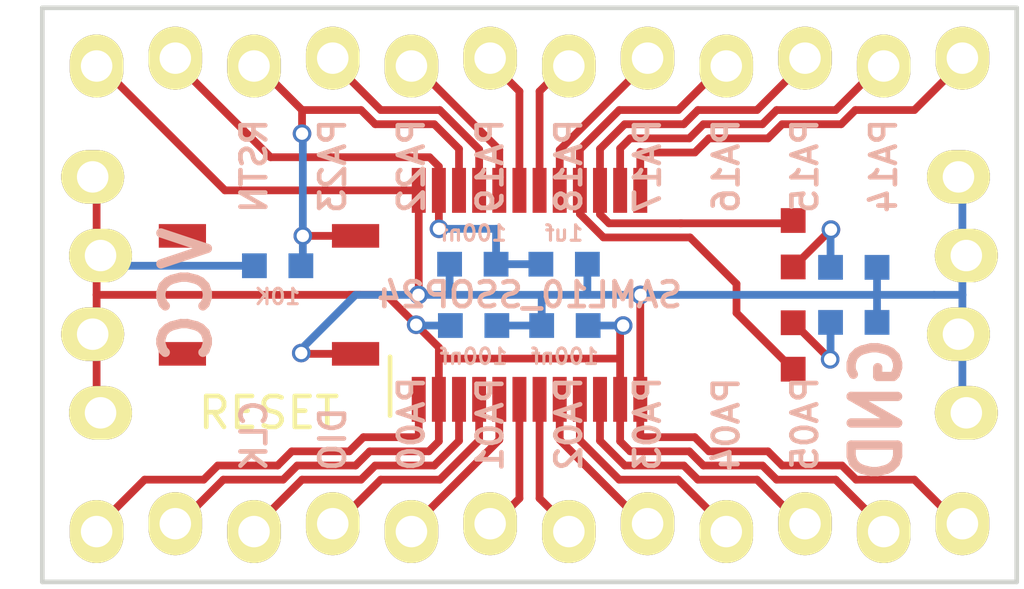
<source format=kicad_pcb>
(kicad_pcb (version 4) (host pcbnew 4.0.7-e2-6376~58~ubuntu16.04.1)

  (general
    (links 0)
    (no_connects 0)
    (area 113.4898 121.950199 147.289801 141.397001)
    (thickness 1.6)
    (drawings 24)
    (tracks 204)
    (zones 0)
    (modules 15)
    (nets 1)
  )

  (page A4)
  (layers
    (0 F.Cu signal)
    (31 B.Cu signal)
    (32 B.Adhes user)
    (33 F.Adhes user)
    (34 B.Paste user)
    (35 F.Paste user)
    (36 B.SilkS user)
    (37 F.SilkS user)
    (38 B.Mask user)
    (39 F.Mask user)
    (40 Dwgs.User user)
    (41 Cmts.User user)
    (42 Eco1.User user)
    (43 Eco2.User user)
    (44 Edge.Cuts user)
    (45 Margin user)
    (46 B.CrtYd user)
    (47 F.CrtYd user)
    (48 B.Fab user)
    (49 F.Fab user)
  )

  (setup
    (last_trace_width 0.25)
    (trace_clearance 0.2)
    (zone_clearance 0.508)
    (zone_45_only no)
    (trace_min 0.2)
    (segment_width 0.2)
    (edge_width 0.15)
    (via_size 0.6)
    (via_drill 0.4)
    (via_min_size 0.4)
    (via_min_drill 0.3)
    (uvia_size 0.3)
    (uvia_drill 0.1)
    (uvias_allowed no)
    (uvia_min_size 0.2)
    (uvia_min_drill 0.1)
    (pcb_text_width 0.3)
    (pcb_text_size 1.5 1.5)
    (mod_edge_width 0.15)
    (mod_text_size 1 1)
    (mod_text_width 0.15)
    (pad_size 1.524 1.524)
    (pad_drill 0.762)
    (pad_to_mask_clearance 0.2)
    (aux_axis_origin 0 0)
    (visible_elements FFFFFF7F)
    (pcbplotparams
      (layerselection 0x00030_80000001)
      (usegerberextensions false)
      (excludeedgelayer true)
      (linewidth 0.150000)
      (plotframeref false)
      (viasonmask false)
      (mode 1)
      (useauxorigin false)
      (hpglpennumber 1)
      (hpglpenspeed 20)
      (hpglpendiameter 15)
      (hpglpenoverlay 2)
      (psnegative false)
      (psa4output false)
      (plotreference true)
      (plotvalue true)
      (plotinvisibletext false)
      (padsonsilk false)
      (subtractmaskfromsilk false)
      (outputformat 1)
      (mirror false)
      (drillshape 1)
      (scaleselection 1)
      (outputdirectory ""))
  )

  (net 0 "")

  (net_class Default "This is the default net class."
    (clearance 0.2)
    (trace_width 0.25)
    (via_dia 0.6)
    (via_drill 0.4)
    (uvia_dia 0.3)
    (uvia_drill 0.1)
  )

  (module 00my_modules:R_0603 (layer B.Cu) (tedit 5415CC62) (tstamp 5B6FC093)
    (at 141.5796 132.5626)
    (descr R0603)
    (tags "resistor capacitor led 0603")
    (attr smd)
    (fp_text reference "" (at 0 0) (layer B.SilkS)
      (effects (font (size 0.5 0.5) (thickness 0.1)) (justify mirror))
    )
    (fp_text value R (at 0 0) (layer B.Fab)
      (effects (font (size 0.5 0.5) (thickness 0.01)) (justify mirror))
    )
    (fp_line (start -1.2 0.45) (end 1.2 0.45) (layer B.CrtYd) (width 0.01))
    (fp_line (start -1.2 -0.45) (end 1.2 -0.45) (layer B.CrtYd) (width 0.01))
    (fp_line (start -1.2 0.45) (end -1.2 -0.45) (layer B.CrtYd) (width 0.01))
    (fp_line (start 1.2 0.45) (end 1.2 -0.45) (layer B.CrtYd) (width 0.01))
    (pad 1 smd rect (at -0.75 0) (size 0.8 0.8) (layers B.Cu B.Paste B.Mask))
    (pad 2 smd rect (at 0.75 0) (size 0.8 0.8) (layers B.Cu B.Paste B.Mask))
  )

  (module 00my_modules:R_0603 (layer B.Cu) (tedit 5B6F9A5C) (tstamp 5B6FA890)
    (at 132.2578 132.6642)
    (descr R0603)
    (tags "resistor capacitor led 0603")
    (attr smd)
    (fp_text reference 100nf (at 0 1) (layer B.SilkS)
      (effects (font (size 0.5 0.5) (thickness 0.1)) (justify mirror))
    )
    (fp_text value C (at 0 0) (layer B.Fab)
      (effects (font (size 0.5 0.5) (thickness 0.01)) (justify mirror))
    )
    (fp_line (start -1.2 0.45) (end 1.2 0.45) (layer B.CrtYd) (width 0.01))
    (fp_line (start -1.2 -0.45) (end 1.2 -0.45) (layer B.CrtYd) (width 0.01))
    (fp_line (start -1.2 0.45) (end -1.2 -0.45) (layer B.CrtYd) (width 0.01))
    (fp_line (start 1.2 0.45) (end 1.2 -0.45) (layer B.CrtYd) (width 0.01))
    (pad 1 smd rect (at -0.75 0) (size 0.8 0.8) (layers B.Cu B.Paste B.Mask))
    (pad 2 smd rect (at 0.75 0) (size 0.8 0.8) (layers B.Cu B.Paste B.Mask))
  )

  (module 00my_modules:R_0603 (layer B.Cu) (tedit 5B6F9A5C) (tstamp 5B6FA872)
    (at 129.3114 132.6642)
    (descr R0603)
    (tags "resistor capacitor led 0603")
    (attr smd)
    (fp_text reference 100nf (at 0 1) (layer B.SilkS)
      (effects (font (size 0.5 0.5) (thickness 0.1)) (justify mirror))
    )
    (fp_text value C (at 0 0) (layer B.Fab)
      (effects (font (size 0.5 0.5) (thickness 0.01)) (justify mirror))
    )
    (fp_line (start -1.2 0.45) (end 1.2 0.45) (layer B.CrtYd) (width 0.01))
    (fp_line (start -1.2 -0.45) (end 1.2 -0.45) (layer B.CrtYd) (width 0.01))
    (fp_line (start -1.2 0.45) (end -1.2 -0.45) (layer B.CrtYd) (width 0.01))
    (fp_line (start 1.2 0.45) (end 1.2 -0.45) (layer B.CrtYd) (width 0.01))
    (pad 1 smd rect (at -0.75 0) (size 0.8 0.8) (layers B.Cu B.Paste B.Mask))
    (pad 2 smd rect (at 0.75 0) (size 0.8 0.8) (layers B.Cu B.Paste B.Mask))
  )

  (module 00my_modules:R_0603 (layer B.Cu) (tedit 5B6F9A76) (tstamp 5B6FA81B)
    (at 132.2324 130.683 180)
    (descr R0603)
    (tags "resistor capacitor led 0603")
    (attr smd)
    (fp_text reference 1uf (at 0 1 180) (layer B.SilkS)
      (effects (font (size 0.5 0.5) (thickness 0.1)) (justify mirror))
    )
    (fp_text value C (at 0 0 180) (layer B.Fab)
      (effects (font (size 0.5 0.5) (thickness 0.01)) (justify mirror))
    )
    (fp_line (start -1.2 0.45) (end 1.2 0.45) (layer B.CrtYd) (width 0.01))
    (fp_line (start -1.2 -0.45) (end 1.2 -0.45) (layer B.CrtYd) (width 0.01))
    (fp_line (start -1.2 0.45) (end -1.2 -0.45) (layer B.CrtYd) (width 0.01))
    (fp_line (start 1.2 0.45) (end 1.2 -0.45) (layer B.CrtYd) (width 0.01))
    (pad 1 smd rect (at -0.75 0 180) (size 0.8 0.8) (layers B.Cu B.Paste B.Mask))
    (pad 2 smd rect (at 0.75 0 180) (size 0.8 0.8) (layers B.Cu B.Paste B.Mask))
  )

  (module 00my_modules:SAML10_SSOP24 (layer F.Cu) (tedit 54130A77) (tstamp 5B6FA2AE)
    (at 131.1148 131.6736 90)
    (descr SSOP24)
    (tags SSOP)
    (attr smd)
    (fp_text reference "" (at 0 -4.3 90) (layer F.SilkS)
      (effects (font (size 1 1) (thickness 0.15)))
    )
    (fp_text value "" (at -1.5 -3 90) (layer F.Fab)
      (effects (font (size 0.5 0.5) (thickness 0.01)))
    )
    (fp_text user SSOP24 (at 0 0 180) (layer F.Fab)
      (effects (font (size 0.8 0.8) (thickness 0.1)))
    )
    (fp_line (start -3.9 -4.1) (end -3.9 4.1) (layer F.CrtYd) (width 0.05))
    (fp_line (start 3.9 -4.1) (end 3.9 4.1) (layer F.CrtYd) (width 0.05))
    (fp_line (start -3.9 -4.1) (end 3.9 -4.1) (layer F.CrtYd) (width 0.05))
    (fp_line (start -3.9 4.1) (end 3.9 4.1) (layer F.CrtYd) (width 0.05))
    (fp_line (start -3.9 -4.5) (end -2 -4.5) (layer F.SilkS) (width 0.15))
    (fp_line (start -2.65 -4.1) (end 2.65 -4.1) (layer F.Fab) (width 0.01))
    (fp_line (start -2.65 4.1) (end 2.65 4.1) (layer F.Fab) (width 0.01))
    (fp_line (start -2.65 -4.1) (end -2.65 4.1) (layer F.Fab) (width 0.01))
    (fp_line (start 2.65 -4.1) (end 2.65 4.1) (layer F.Fab) (width 0.01))
    (fp_line (start -5 0) (end 5 0) (layer F.CrtYd) (width 0.01))
    (fp_line (start 0 -5) (end 0 5) (layer F.CrtYd) (width 0.01))
    (pad VOUT smd rect (at -3.375 -3.575 90) (size 1.45 0.45) (layers F.Cu F.Paste F.Mask))
    (pad VIO smd rect (at -3.375 -2.925 90) (size 1.45 0.45) (layers F.Cu F.Paste F.Mask))
    (pad SWCL smd rect (at -3.375 -2.275 90) (size 1.45 0.45) (layers F.Cu F.Paste F.Mask))
    (pad SWDI smd rect (at -3.375 -1.625 90) (size 1.45 0.45) (layers F.Cu F.Paste F.Mask))
    (pad PA00 smd rect (at -3.375 -0.975 90) (size 1.45 0.45) (layers F.Cu F.Paste F.Mask))
    (pad PA01 smd rect (at -3.375 -0.325 90) (size 1.45 0.45) (layers F.Cu F.Paste F.Mask))
    (pad PA02 smd rect (at -3.375 0.325 90) (size 1.45 0.45) (layers F.Cu F.Paste F.Mask))
    (pad PA03 smd rect (at -3.375 0.975 90) (size 1.45 0.45) (layers F.Cu F.Paste F.Mask))
    (pad PA04 smd rect (at -3.375 1.625 90) (size 1.45 0.45) (layers F.Cu F.Paste F.Mask))
    (pad PA05 smd rect (at -3.375 2.275 90) (size 1.45 0.45) (layers F.Cu F.Paste F.Mask))
    (pad VANA smd rect (at -3.375 2.925 90) (size 1.45 0.45) (layers F.Cu F.Paste F.Mask))
    (pad GANA smd rect (at -3.375 3.575 90) (size 1.45 0.45) (layers F.Cu F.Paste F.Mask))
    (pad GND smd rect (at 3.375 -3.575 90) (size 1.45 0.45) (layers F.Cu F.Paste F.Mask))
    (pad VCOR smd rect (at 3.375 -2.925 90) (size 1.45 0.45) (layers F.Cu F.Paste F.Mask))
    (pad RSTN smd rect (at 3.375 -2.275 90) (size 1.45 0.45) (layers F.Cu F.Paste F.Mask))
    (pad PA23 smd rect (at 3.375 -1.625 90) (size 1.45 0.45) (layers F.Cu F.Paste F.Mask))
    (pad PA22 smd rect (at 3.375 -0.975 90) (size 1.45 0.45) (layers F.Cu F.Paste F.Mask))
    (pad PA19 smd rect (at 3.375 -0.325 90) (size 1.45 0.45) (layers F.Cu F.Paste F.Mask))
    (pad PA18 smd rect (at 3.375 0.325 90) (size 1.45 0.45) (layers F.Cu F.Paste F.Mask))
    (pad PA17 smd rect (at 3.375 0.975 90) (size 1.45 0.45) (layers F.Cu F.Paste F.Mask))
    (pad PA16 smd rect (at 3.375 1.625 90) (size 1.45 0.45) (layers F.Cu F.Paste F.Mask))
    (pad PA15 smd rect (at 3.375 2.275 90) (size 1.45 0.45) (layers F.Cu F.Paste F.Mask))
    (pad PA14 smd rect (at 3.375 2.925 90) (size 1.45 0.45) (layers F.Cu F.Paste F.Mask))
    (pad PA08 smd rect (at 3.375 3.575 90) (size 1.45 0.45) (layers F.Cu F.Paste F.Mask))
  )

  (module 00my_modules:R_0603 (layer B.Cu) (tedit 5B6F9A5C) (tstamp 5B6FA7CF)
    (at 129.286 130.683 180)
    (descr R0603)
    (tags "resistor capacitor led 0603")
    (attr smd)
    (fp_text reference 100nf (at 0 1 180) (layer B.SilkS)
      (effects (font (size 0.5 0.5) (thickness 0.1)) (justify mirror))
    )
    (fp_text value C (at 0 0 180) (layer B.Fab)
      (effects (font (size 0.5 0.5) (thickness 0.01)) (justify mirror))
    )
    (fp_line (start -1.2 0.45) (end 1.2 0.45) (layer B.CrtYd) (width 0.01))
    (fp_line (start -1.2 -0.45) (end 1.2 -0.45) (layer B.CrtYd) (width 0.01))
    (fp_line (start -1.2 0.45) (end -1.2 -0.45) (layer B.CrtYd) (width 0.01))
    (fp_line (start 1.2 0.45) (end 1.2 -0.45) (layer B.CrtYd) (width 0.01))
    (pad 1 smd rect (at -0.75 0 180) (size 0.8 0.8) (layers B.Cu B.Paste B.Mask))
    (pad 2 smd rect (at 0.75 0 180) (size 0.8 0.8) (layers B.Cu B.Paste B.Mask))
  )

  (module 00my_modules:BUTTON4_SMD (layer F.Cu) (tedit 5B6F9E71) (tstamp 5B6FB871)
    (at 122.7074 131.6736 180)
    (descr button4_smd)
    (tags "SPST button tactile switch")
    (fp_text reference RESET (at 0 -3.81 180) (layer F.SilkS)
      (effects (font (size 1 1) (thickness 0.15)))
    )
    (fp_text value "" (at 0 3.81 180) (layer F.Fab)
      (effects (font (size 1 1) (thickness 0.15)))
    )
    (fp_line (start -1.54 -2.54) (end -2.54 -1.54) (layer F.Fab) (width 0.2032))
    (fp_line (start -2.54 -1.24) (end -2.54 1.27) (layer F.Fab) (width 0.2032))
    (fp_line (start -2.54 1.54) (end -1.54 2.54) (layer F.Fab) (width 0.2032))
    (fp_line (start -1.54 2.54) (end 1.54 2.54) (layer F.Fab) (width 0.2032))
    (fp_line (start 1.54 2.54) (end 2.54 1.54) (layer F.Fab) (width 0.2032))
    (fp_line (start 2.54 1.24) (end 2.54 -1.24) (layer F.Fab) (width 0.2032))
    (fp_line (start 2.54 -1.54) (end 1.54 -2.54) (layer F.Fab) (width 0.2032))
    (fp_line (start 1.54 -2.54) (end -1.54 -2.54) (layer F.Fab) (width 0.2032))
    (fp_line (start 1.905 1.27) (end 1.905 0.445) (layer F.Fab) (width 0.127))
    (fp_line (start 1.905 0.445) (end 2.16 -0.01) (layer F.Fab) (width 0.127))
    (fp_line (start 1.905 -0.23) (end 1.905 -1.115) (layer F.Fab) (width 0.127))
    (fp_circle (center 0 0) (end 0 1.27) (layer F.Fab) (width 0.2032))
    (pad 1 smd rect (at -2.794 1.905 180) (size 1.524 0.762) (layers F.Cu F.Paste F.Mask))
    (pad 2 smd rect (at 2.794 1.905 180) (size 1.524 0.762) (layers F.Cu F.Paste F.Mask))
    (pad 3 smd rect (at -2.794 -1.905 180) (size 1.524 0.762) (layers F.Cu F.Paste F.Mask))
    (pad 4 smd rect (at 2.794 -1.905 180) (size 1.524 0.762) (layers F.Cu F.Paste F.Mask))
  )

  (module 00my_modules:R_0603 (layer B.Cu) (tedit 5B6FA77D) (tstamp 5B6FBC7D)
    (at 122.9868 130.7338)
    (descr R0603)
    (tags "resistor capacitor led 0603")
    (attr smd)
    (fp_text reference 10K (at 0 1) (layer B.SilkS)
      (effects (font (size 0.5 0.5) (thickness 0.1)) (justify mirror))
    )
    (fp_text value R (at 0 0) (layer B.Fab)
      (effects (font (size 0.5 0.5) (thickness 0.01)) (justify mirror))
    )
    (fp_line (start -1.2 0.45) (end 1.2 0.45) (layer B.CrtYd) (width 0.01))
    (fp_line (start -1.2 -0.45) (end 1.2 -0.45) (layer B.CrtYd) (width 0.01))
    (fp_line (start -1.2 0.45) (end -1.2 -0.45) (layer B.CrtYd) (width 0.01))
    (fp_line (start 1.2 0.45) (end 1.2 -0.45) (layer B.CrtYd) (width 0.01))
    (pad 1 smd rect (at -0.75 0) (size 0.8 0.8) (layers B.Cu B.Paste B.Mask))
    (pad 2 smd rect (at 0.75 0) (size 0.8 0.8) (layers B.Cu B.Paste B.Mask))
  )

  (module 00my_modules:R_0603 (layer B.Cu) (tedit 5415CC62) (tstamp 5B6FC088)
    (at 141.5796 130.7846)
    (descr R0603)
    (tags "resistor capacitor led 0603")
    (attr smd)
    (fp_text reference "" (at 0 0) (layer B.SilkS)
      (effects (font (size 0.5 0.5) (thickness 0.1)) (justify mirror))
    )
    (fp_text value R (at 0 0) (layer B.Fab)
      (effects (font (size 0.5 0.5) (thickness 0.01)) (justify mirror))
    )
    (fp_line (start -1.2 0.45) (end 1.2 0.45) (layer B.CrtYd) (width 0.01))
    (fp_line (start -1.2 -0.45) (end 1.2 -0.45) (layer B.CrtYd) (width 0.01))
    (fp_line (start -1.2 0.45) (end -1.2 -0.45) (layer B.CrtYd) (width 0.01))
    (fp_line (start 1.2 0.45) (end 1.2 -0.45) (layer B.CrtYd) (width 0.01))
    (pad 1 smd rect (at -0.75 0) (size 0.8 0.8) (layers B.Cu B.Paste B.Mask))
    (pad 2 smd rect (at 0.75 0) (size 0.8 0.8) (layers B.Cu B.Paste B.Mask))
  )

  (module 00my_modules:L_0603 (layer F.Cu) (tedit 5415CC62) (tstamp 5B6FC473)
    (at 139.6238 130.0226 90)
    (descr R0603)
    (tags "resistor capacitor led 0603")
    (attr smd)
    (fp_text reference "" (at 0 -0.6 90) (layer F.SilkS)
      (effects (font (size 0.1 0.1) (thickness 0.01)))
    )
    (fp_text value "" (at 0 0.6 90) (layer F.Fab)
      (effects (font (size 0.1 0.1) (thickness 0.01)))
    )
    (fp_line (start -1.2 -0.45) (end 1.2 -0.45) (layer F.CrtYd) (width 0.01))
    (fp_line (start -1.2 0.45) (end 1.2 0.45) (layer F.CrtYd) (width 0.01))
    (fp_line (start -1.2 -0.45) (end -1.2 0.45) (layer F.CrtYd) (width 0.01))
    (fp_line (start 1.2 -0.45) (end 1.2 0.45) (layer F.CrtYd) (width 0.01))
    (fp_line (start -0.1 0) (end 0.1 0.2) (layer F.CrtYd) (width 0.01))
    (fp_line (start -0.1 0) (end 0.1 -0.2) (layer F.CrtYd) (width 0.01))
    (fp_line (start -0.1 0.2) (end -0.1 -0.2) (layer F.CrtYd) (width 0.01))
    (fp_line (start 0.1 0.2) (end 0.1 -0.2) (layer F.CrtYd) (width 0.01))
    (pad 1 smd rect (at -0.75 0 90) (size 0.8 0.8) (layers F.Cu F.Paste F.Mask))
    (pad 2 smd rect (at 0.75 0 90) (size 0.8 0.8) (layers F.Cu F.Paste F.Mask))
  )

  (module 00my_modules:L_0603 (layer F.Cu) (tedit 5415CC62) (tstamp 5B6FC494)
    (at 139.6238 133.3246 270)
    (descr R0603)
    (tags "resistor capacitor led 0603")
    (attr smd)
    (fp_text reference "" (at 0 -0.6 270) (layer F.SilkS)
      (effects (font (size 0.1 0.1) (thickness 0.01)))
    )
    (fp_text value "" (at 0 0.6 270) (layer F.Fab)
      (effects (font (size 0.1 0.1) (thickness 0.01)))
    )
    (fp_line (start -1.2 -0.45) (end 1.2 -0.45) (layer F.CrtYd) (width 0.01))
    (fp_line (start -1.2 0.45) (end 1.2 0.45) (layer F.CrtYd) (width 0.01))
    (fp_line (start -1.2 -0.45) (end -1.2 0.45) (layer F.CrtYd) (width 0.01))
    (fp_line (start 1.2 -0.45) (end 1.2 0.45) (layer F.CrtYd) (width 0.01))
    (fp_line (start -0.1 0) (end 0.1 0.2) (layer F.CrtYd) (width 0.01))
    (fp_line (start -0.1 0) (end 0.1 -0.2) (layer F.CrtYd) (width 0.01))
    (fp_line (start -0.1 0.2) (end -0.1 -0.2) (layer F.CrtYd) (width 0.01))
    (fp_line (start 0.1 0.2) (end 0.1 -0.2) (layer F.CrtYd) (width 0.01))
    (pad 1 smd rect (at -0.75 0 270) (size 0.8 0.8) (layers F.Cu F.Paste F.Mask))
    (pad 2 smd rect (at 0.75 0 270) (size 0.8 0.8) (layers F.Cu F.Paste F.Mask))
  )

  (module 00my_modules:Pin_Header_Wiggle_1x12 (layer F.Cu) (tedit 0) (tstamp 5B6FC8C1)
    (at 117.1448 124.1552 90)
    (descr "Through hole pin header")
    (tags "pin header")
    (fp_text reference "" (at 0 -2.4 90) (layer F.SilkS)
      (effects (font (size 0.5 0.5) (thickness 0.01)))
    )
    (fp_text value "" (at 0 -3.1 90) (layer F.Fab)
      (effects (font (size 0.5 0.5) (thickness 0.01)))
    )
    (fp_line (start -1.75 -1.75) (end -1.75 29.69) (layer F.CrtYd) (width 0.05))
    (fp_line (start 1.75 -1.75) (end 1.75 29.69) (layer F.CrtYd) (width 0.05))
    (fp_line (start -1.75 -1.75) (end 1.75 -1.75) (layer F.CrtYd) (width 0.05))
    (fp_line (start -1.75 29.69) (end 1.75 29.69) (layer F.CrtYd) (width 0.05))
    (fp_line (start -2 0) (end 2 0) (layer F.CrtYd) (width 0.01))
    (fp_line (start 0 -2) (end 0 2) (layer F.CrtYd) (width 0.01))
    (fp_line (start -2 13.97) (end 2 13.97) (layer F.CrtYd) (width 0.01))
    (pad 1 thru_hole oval (at -0.127 0 90) (size 2.032 1.7272) (drill 1.016) (layers *.Cu *.Mask F.SilkS))
    (pad 2 thru_hole oval (at 0.127 2.54 90) (size 2.032 1.7272) (drill 1.016) (layers *.Cu *.Mask F.SilkS))
    (pad 3 thru_hole oval (at -0.127 5.08 90) (size 2.032 1.7272) (drill 1.016) (layers *.Cu *.Mask F.SilkS))
    (pad 4 thru_hole oval (at 0.127 7.62 90) (size 2.032 1.7272) (drill 1.016) (layers *.Cu *.Mask F.SilkS))
    (pad 5 thru_hole oval (at -0.127 10.16 90) (size 2.032 1.7272) (drill 1.016) (layers *.Cu *.Mask F.SilkS))
    (pad 6 thru_hole oval (at 0.127 12.7 90) (size 2.032 1.7272) (drill 1.016) (layers *.Cu *.Mask F.SilkS))
    (pad 7 thru_hole oval (at -0.127 15.24 90) (size 2.032 1.7272) (drill 1.016) (layers *.Cu *.Mask F.SilkS))
    (pad 8 thru_hole oval (at 0.127 17.78 90) (size 2.032 1.7272) (drill 1.016) (layers *.Cu *.Mask F.SilkS))
    (pad 9 thru_hole oval (at -0.127 20.32 90) (size 2.032 1.7272) (drill 1.016) (layers *.Cu *.Mask F.SilkS))
    (pad 10 thru_hole oval (at 0.127 22.86 90) (size 2.032 1.7272) (drill 1.016) (layers *.Cu *.Mask F.SilkS))
    (pad 11 thru_hole oval (at -0.127 25.4 90) (size 2.032 1.7272) (drill 1.016) (layers *.Cu *.Mask F.SilkS))
    (pad 12 thru_hole oval (at 0.127 27.94 90) (size 2.032 1.7272) (drill 1.016) (layers *.Cu *.Mask F.SilkS))
  )

  (module 00my_modules:Pin_Header_Wiggle_1x12 (layer F.Cu) (tedit 0) (tstamp 5B6FC8EF)
    (at 117.1448 139.192 90)
    (descr "Through hole pin header")
    (tags "pin header")
    (fp_text reference "" (at 0 -2.4 90) (layer F.SilkS)
      (effects (font (size 0.5 0.5) (thickness 0.01)))
    )
    (fp_text value "" (at 0 -3.1 90) (layer F.Fab)
      (effects (font (size 0.5 0.5) (thickness 0.01)))
    )
    (fp_line (start -1.75 -1.75) (end -1.75 29.69) (layer F.CrtYd) (width 0.05))
    (fp_line (start 1.75 -1.75) (end 1.75 29.69) (layer F.CrtYd) (width 0.05))
    (fp_line (start -1.75 -1.75) (end 1.75 -1.75) (layer F.CrtYd) (width 0.05))
    (fp_line (start -1.75 29.69) (end 1.75 29.69) (layer F.CrtYd) (width 0.05))
    (fp_line (start -2 0) (end 2 0) (layer F.CrtYd) (width 0.01))
    (fp_line (start 0 -2) (end 0 2) (layer F.CrtYd) (width 0.01))
    (fp_line (start -2 13.97) (end 2 13.97) (layer F.CrtYd) (width 0.01))
    (pad 1 thru_hole oval (at -0.127 0 90) (size 2.032 1.7272) (drill 1.016) (layers *.Cu *.Mask F.SilkS))
    (pad 2 thru_hole oval (at 0.127 2.54 90) (size 2.032 1.7272) (drill 1.016) (layers *.Cu *.Mask F.SilkS))
    (pad 3 thru_hole oval (at -0.127 5.08 90) (size 2.032 1.7272) (drill 1.016) (layers *.Cu *.Mask F.SilkS))
    (pad 4 thru_hole oval (at 0.127 7.62 90) (size 2.032 1.7272) (drill 1.016) (layers *.Cu *.Mask F.SilkS))
    (pad 5 thru_hole oval (at -0.127 10.16 90) (size 2.032 1.7272) (drill 1.016) (layers *.Cu *.Mask F.SilkS))
    (pad 6 thru_hole oval (at 0.127 12.7 90) (size 2.032 1.7272) (drill 1.016) (layers *.Cu *.Mask F.SilkS))
    (pad 7 thru_hole oval (at -0.127 15.24 90) (size 2.032 1.7272) (drill 1.016) (layers *.Cu *.Mask F.SilkS))
    (pad 8 thru_hole oval (at 0.127 17.78 90) (size 2.032 1.7272) (drill 1.016) (layers *.Cu *.Mask F.SilkS))
    (pad 9 thru_hole oval (at -0.127 20.32 90) (size 2.032 1.7272) (drill 1.016) (layers *.Cu *.Mask F.SilkS))
    (pad 10 thru_hole oval (at 0.127 22.86 90) (size 2.032 1.7272) (drill 1.016) (layers *.Cu *.Mask F.SilkS))
    (pad 11 thru_hole oval (at -0.127 25.4 90) (size 2.032 1.7272) (drill 1.016) (layers *.Cu *.Mask F.SilkS))
    (pad 12 thru_hole oval (at 0.127 27.94 90) (size 2.032 1.7272) (drill 1.016) (layers *.Cu *.Mask F.SilkS))
  )

  (module 00my_modules:Pin_Header_Wiggle_1x04 (layer F.Cu) (tedit 0) (tstamp 5B6FCCCB)
    (at 145.0848 127.8636)
    (descr "Through hole pin header")
    (tags "pin header")
    (fp_text reference "" (at 0 -2.4) (layer F.SilkS)
      (effects (font (size 0.5 0.5) (thickness 0.01)))
    )
    (fp_text value "" (at 0 -3.1) (layer F.Fab)
      (effects (font (size 0.5 0.5) (thickness 0.01)))
    )
    (fp_line (start -1.75 -1.75) (end -1.75 9.37) (layer F.CrtYd) (width 0.05))
    (fp_line (start 1.75 -1.75) (end 1.75 9.37) (layer F.CrtYd) (width 0.05))
    (fp_line (start -1.75 -1.75) (end 1.75 -1.75) (layer F.CrtYd) (width 0.05))
    (fp_line (start -1.75 9.37) (end 1.75 9.37) (layer F.CrtYd) (width 0.05))
    (fp_line (start -2 0) (end 2 0) (layer F.CrtYd) (width 0.01))
    (fp_line (start 0 -2) (end 0 2) (layer F.CrtYd) (width 0.01))
    (fp_line (start -2 3.81) (end 2 3.81) (layer F.CrtYd) (width 0.01))
    (pad 1 thru_hole oval (at -0.127 0) (size 2.032 1.7272) (drill 1.016) (layers *.Cu *.Mask F.SilkS))
    (pad 2 thru_hole oval (at 0.127 2.54) (size 2.032 1.7272) (drill 1.016) (layers *.Cu *.Mask F.SilkS))
    (pad 3 thru_hole oval (at -0.127 5.08) (size 2.032 1.7272) (drill 1.016) (layers *.Cu *.Mask F.SilkS))
    (pad 4 thru_hole oval (at 0.127 7.62) (size 2.032 1.7272) (drill 1.016) (layers *.Cu *.Mask F.SilkS))
  )

  (module 00my_modules:Pin_Header_Wiggle_1x04 (layer F.Cu) (tedit 0) (tstamp 5B6FCCE9)
    (at 117.1448 127.8636)
    (descr "Through hole pin header")
    (tags "pin header")
    (fp_text reference "" (at 0 -2.4) (layer F.SilkS)
      (effects (font (size 0.5 0.5) (thickness 0.01)))
    )
    (fp_text value "" (at 0 -3.1) (layer F.Fab)
      (effects (font (size 0.5 0.5) (thickness 0.01)))
    )
    (fp_line (start -1.75 -1.75) (end -1.75 9.37) (layer F.CrtYd) (width 0.05))
    (fp_line (start 1.75 -1.75) (end 1.75 9.37) (layer F.CrtYd) (width 0.05))
    (fp_line (start -1.75 -1.75) (end 1.75 -1.75) (layer F.CrtYd) (width 0.05))
    (fp_line (start -1.75 9.37) (end 1.75 9.37) (layer F.CrtYd) (width 0.05))
    (fp_line (start -2 0) (end 2 0) (layer F.CrtYd) (width 0.01))
    (fp_line (start 0 -2) (end 0 2) (layer F.CrtYd) (width 0.01))
    (fp_line (start -2 3.81) (end 2 3.81) (layer F.CrtYd) (width 0.01))
    (pad 1 thru_hole oval (at -0.127 0) (size 2.032 1.7272) (drill 1.016) (layers *.Cu *.Mask F.SilkS))
    (pad 2 thru_hole oval (at 0.127 2.54) (size 2.032 1.7272) (drill 1.016) (layers *.Cu *.Mask F.SilkS))
    (pad 3 thru_hole oval (at -0.127 5.08) (size 2.032 1.7272) (drill 1.016) (layers *.Cu *.Mask F.SilkS))
    (pad 4 thru_hole oval (at 0.127 7.62) (size 2.032 1.7272) (drill 1.016) (layers *.Cu *.Mask F.SilkS))
  )

  (gr_line (start 146.8374 122.4026) (end 115.3922 122.4026) (angle 90) (layer Edge.Cuts) (width 0.15))
  (gr_line (start 146.8374 140.9446) (end 146.8374 122.4026) (angle 90) (layer Edge.Cuts) (width 0.15))
  (gr_line (start 115.3922 140.9446) (end 146.8374 140.9446) (angle 90) (layer Edge.Cuts) (width 0.15))
  (gr_line (start 115.3922 122.4026) (end 115.3922 140.9446) (angle 90) (layer Edge.Cuts) (width 0.15))
  (gr_text SAML10_SSOP24 (at 131.1148 131.6736) (layer B.SilkS)
    (effects (font (size 0.8 0.8) (thickness 0.15)) (justify mirror))
  )
  (gr_text GND (at 142.3162 135.382 90) (layer B.SilkS)
    (effects (font (size 1.5 1.5) (thickness 0.3)) (justify mirror))
  )
  (gr_text VCC (at 120.0404 131.6736 90) (layer B.SilkS)
    (effects (font (size 1.5 1.5) (thickness 0.3)) (justify mirror))
  )
  (gr_text CLK (at 122.2248 137.4394 90) (layer B.SilkS)
    (effects (font (size 0.8 0.8) (thickness 0.15)) (justify right mirror))
  )
  (gr_text DIO (at 124.7648 137.4394 90) (layer B.SilkS)
    (effects (font (size 0.8 0.8) (thickness 0.15)) (justify right mirror))
  )
  (gr_text PA00 (at 127.3048 137.4394 90) (layer B.SilkS)
    (effects (font (size 0.8 0.8) (thickness 0.15)) (justify right mirror))
  )
  (gr_text PA01 (at 129.8448 137.4648 90) (layer B.SilkS)
    (effects (font (size 0.8 0.8) (thickness 0.15)) (justify right mirror))
  )
  (gr_text PA02 (at 132.3848 137.4394 90) (layer B.SilkS)
    (effects (font (size 0.8 0.8) (thickness 0.15)) (justify right mirror))
  )
  (gr_text PA03 (at 134.9248 137.4394 90) (layer B.SilkS)
    (effects (font (size 0.8 0.8) (thickness 0.15)) (justify right mirror))
  )
  (gr_text PA04 (at 137.4648 137.4648 90) (layer B.SilkS)
    (effects (font (size 0.8 0.8) (thickness 0.15)) (justify right mirror))
  )
  (gr_text PA05 (at 140.0048 137.4394 90) (layer B.SilkS)
    (effects (font (size 0.8 0.8) (thickness 0.15)) (justify right mirror))
  )
  (gr_text PA14 (at 142.5448 125.9078 90) (layer B.SilkS)
    (effects (font (size 0.8 0.8) (thickness 0.15)) (justify left mirror))
  )
  (gr_text PA15 (at 140.0048 125.9078 90) (layer B.SilkS)
    (effects (font (size 0.8 0.8) (thickness 0.15)) (justify left mirror))
  )
  (gr_text PA16 (at 137.4648 125.9078 90) (layer B.SilkS)
    (effects (font (size 0.8 0.8) (thickness 0.15)) (justify left mirror))
  )
  (gr_text PA17 (at 134.9248 125.9078 90) (layer B.SilkS)
    (effects (font (size 0.8 0.8) (thickness 0.15)) (justify left mirror))
  )
  (gr_text PA18 (at 132.3848 125.9078 90) (layer B.SilkS)
    (effects (font (size 0.8 0.8) (thickness 0.15)) (justify left mirror))
  )
  (gr_text PA19 (at 129.8448 125.9078 90) (layer B.SilkS)
    (effects (font (size 0.8 0.8) (thickness 0.15)) (justify left mirror))
  )
  (gr_text PA22 (at 127.3048 125.9078 90) (layer B.SilkS)
    (effects (font (size 0.8 0.8) (thickness 0.15)) (justify left mirror))
  )
  (gr_text PA23 (at 124.7648 125.9078 90) (layer B.SilkS)
    (effects (font (size 0.8 0.8) (thickness 0.15)) (justify left mirror))
  )
  (gr_text RSTN (at 122.2248 125.9078 90) (layer B.SilkS)
    (effects (font (size 0.8 0.8) (thickness 0.15)) (justify left mirror))
  )

  (segment (start 127.5334 131.6736) (end 125.5014 131.6736) (width 0.25) (layer B.Cu) (net 0))
  (segment (start 123.7742 133.5786) (end 125.5014 133.5786) (width 0.25) (layer F.Cu) (net 0) (tstamp 5B837B9D) (status 800000))
  (segment (start 123.7488 133.5532) (end 123.7742 133.5786) (width 0.25) (layer F.Cu) (net 0) (tstamp 5B837B9C))
  (via (at 123.7488 133.5532) (size 0.6) (drill 0.4) (layers F.Cu B.Cu) (net 0))
  (segment (start 123.7488 133.4262) (end 123.7488 133.5532) (width 0.25) (layer B.Cu) (net 0) (tstamp 5B837B98))
  (segment (start 125.5014 131.6736) (end 123.7488 133.4262) (width 0.25) (layer B.Cu) (net 0) (tstamp 5B837B8C))
  (segment (start 128.536 130.683) (end 128.536 131.6736) (width 0.25) (layer B.Cu) (net 0))
  (segment (start 132.9824 130.683) (end 132.9824 131.6736) (width 0.25) (layer B.Cu) (net 0))
  (segment (start 139.6238 134.0746) (end 139.6118 134.0746) (width 0.25) (layer F.Cu) (net 0))
  (segment (start 139.6118 134.0746) (end 137.795 132.2578) (width 0.25) (layer F.Cu) (net 0) (tstamp 5B6FC4AE))
  (segment (start 137.795 132.2578) (end 137.795 131.318) (width 0.25) (layer F.Cu) (net 0) (tstamp 5B6FC4AF))
  (segment (start 137.795 131.318) (end 136.2964 129.8194) (width 0.25) (layer F.Cu) (net 0) (tstamp 5B6FC4B1))
  (segment (start 135.9916 129.3622) (end 139.5342 129.3622) (width 0.25) (layer F.Cu) (net 0))
  (segment (start 139.5342 129.3622) (end 139.6238 129.2726) (width 0.25) (layer F.Cu) (net 0) (tstamp 5B6FC4A9))
  (segment (start 139.6238 132.5746) (end 139.6358 132.5746) (width 0.25) (layer F.Cu) (net 0))
  (segment (start 139.6358 132.5746) (end 140.8176 133.7564) (width 0.25) (layer F.Cu) (net 0) (tstamp 5B6FC4A2))
  (via (at 140.8176 133.7564) (size 0.6) (drill 0.4) (layers F.Cu B.Cu) (net 0))
  (segment (start 140.8176 133.7564) (end 140.8296 133.7444) (width 0.25) (layer B.Cu) (net 0) (tstamp 5B6FC4A4))
  (segment (start 140.8296 133.7444) (end 140.8296 132.5626) (width 0.25) (layer B.Cu) (net 0) (tstamp 5B6FC4A5))
  (segment (start 139.6238 130.7726) (end 139.6358 130.7726) (width 0.25) (layer F.Cu) (net 0))
  (segment (start 139.6358 130.7726) (end 140.843 129.5654) (width 0.25) (layer F.Cu) (net 0) (tstamp 5B6FC482))
  (via (at 140.843 129.5654) (size 0.6) (drill 0.4) (layers F.Cu B.Cu) (net 0))
  (segment (start 140.843 129.5654) (end 140.8296 129.5788) (width 0.25) (layer B.Cu) (net 0) (tstamp 5B6FC484))
  (segment (start 140.8296 129.5788) (end 140.8296 130.7846) (width 0.25) (layer B.Cu) (net 0) (tstamp 5B6FC485))
  (segment (start 142.3296 130.7846) (end 142.3296 132.5626) (width 0.25) (layer B.Cu) (net 0))
  (segment (start 145.0848 131.6736) (end 144.1704 131.6736) (width 0.25) (layer B.Cu) (net 0))
  (segment (start 144.1704 131.6736) (end 135.89 131.6736) (width 0.25) (layer B.Cu) (net 0))
  (segment (start 145.0848 127.8636) (end 145.0848 131.6736) (width 0.25) (layer B.Cu) (net 0))
  (segment (start 145.0848 131.6736) (end 145.0848 135.4836) (width 0.25) (layer B.Cu) (net 0) (tstamp 5B6FC065))
  (segment (start 122.2368 130.7338) (end 117.475 130.7338) (width 0.25) (layer B.Cu) (net 0))
  (segment (start 117.475 130.7338) (end 117.1448 130.4036) (width 0.25) (layer B.Cu) (net 0) (tstamp 5B6FBC89))
  (segment (start 123.7996 129.7686) (end 123.7996 130.671) (width 0.25) (layer B.Cu) (net 0))
  (segment (start 123.7996 130.671) (end 123.7368 130.7338) (width 0.25) (layer B.Cu) (net 0) (tstamp 5B6FBC87))
  (segment (start 119.9134 129.7686) (end 119.9134 129.6734) (width 0.25) (layer F.Cu) (net 0))
  (segment (start 123.7742 125.7046) (end 123.7742 126.4666) (width 0.25) (layer F.Cu) (net 0))
  (segment (start 123.7996 129.7686) (end 125.5014 129.7686) (width 0.25) (layer F.Cu) (net 0) (tstamp 5B6FB8C4))
  (via (at 123.7996 129.7686) (size 0.6) (drill 0.4) (layers F.Cu B.Cu) (net 0))
  (segment (start 123.7996 126.492) (end 123.7996 129.7686) (width 0.25) (layer B.Cu) (net 0) (tstamp 5B6FB8C2))
  (segment (start 123.7742 126.4666) (end 123.7996 126.492) (width 0.25) (layer B.Cu) (net 0) (tstamp 5B6FB8C1))
  (via (at 123.7742 126.4666) (size 0.6) (drill 0.4) (layers F.Cu B.Cu) (net 0))
  (segment (start 128.1898 128.2986) (end 128.1898 127.5294) (width 0.25) (layer F.Cu) (net 0))
  (segment (start 122.7582 127.2286) (end 119.6848 124.1552) (width 0.25) (layer F.Cu) (net 0) (tstamp 5B6FB8BC))
  (segment (start 127.889 127.2286) (end 122.7582 127.2286) (width 0.25) (layer F.Cu) (net 0) (tstamp 5B6FB8BB))
  (segment (start 128.1898 127.5294) (end 127.889 127.2286) (width 0.25) (layer F.Cu) (net 0) (tstamp 5B6FB8BA))
  (segment (start 127.5398 128.2986) (end 121.2882 128.2986) (width 0.25) (layer F.Cu) (net 0))
  (segment (start 121.2882 128.2986) (end 117.1448 124.1552) (width 0.25) (layer F.Cu) (net 0) (tstamp 5B6FB8B7))
  (segment (start 125.6284 131.6736) (end 117.1448 131.6736) (width 0.25) (layer F.Cu) (net 0))
  (segment (start 117.1448 127.8636) (end 117.1448 131.6736) (width 0.25) (layer F.Cu) (net 0))
  (segment (start 117.1448 131.6736) (end 117.1448 135.4836) (width 0.25) (layer F.Cu) (net 0) (tstamp 5B6FB8B5))
  (segment (start 127.4572 132.6388) (end 126.492 131.6736) (width 0.25) (layer F.Cu) (net 0))
  (segment (start 126.492 131.6736) (end 125.6284 131.6736) (width 0.25) (layer F.Cu) (net 0) (tstamp 5B6FA8D4))
  (segment (start 125.6284 131.6736) (end 125.2982 131.6736) (width 0.25) (layer F.Cu) (net 0) (tstamp 5B6FB8B1))
  (segment (start 128.1898 133.731) (end 134.0398 133.731) (width 0.25) (layer F.Cu) (net 0))
  (segment (start 132.7398 128.2986) (end 132.7398 129.0568) (width 0.25) (layer F.Cu) (net 0))
  (segment (start 133.5024 129.8194) (end 136.2964 129.8194) (width 0.25) (layer F.Cu) (net 0) (tstamp 5B6FA8C8))
  (segment (start 132.7398 129.0568) (end 133.5024 129.8194) (width 0.25) (layer F.Cu) (net 0) (tstamp 5B6FA8C7))
  (segment (start 133.3898 128.2986) (end 133.3898 129.0718) (width 0.25) (layer F.Cu) (net 0))
  (segment (start 133.6802 129.3622) (end 135.9916 129.3622) (width 0.25) (layer F.Cu) (net 0) (tstamp 5B6FA8C5))
  (segment (start 135.9916 129.3622) (end 136.017 129.3622) (width 0.25) (layer F.Cu) (net 0) (tstamp 5B6FC4A7))
  (segment (start 133.3898 129.0718) (end 133.6802 129.3622) (width 0.25) (layer F.Cu) (net 0) (tstamp 5B6FA8C4))
  (segment (start 134.6898 135.0486) (end 134.6898 131.68) (width 0.25) (layer F.Cu) (net 0))
  (segment (start 134.6962 131.6736) (end 134.7216 131.6736) (width 0.25) (layer B.Cu) (net 0) (tstamp 5B6FA8BF))
  (via (at 134.6962 131.6736) (size 0.6) (drill 0.4) (layers F.Cu B.Cu) (net 0))
  (segment (start 134.6898 131.68) (end 134.6962 131.6736) (width 0.25) (layer F.Cu) (net 0) (tstamp 5B6FA8BD))
  (segment (start 128.1898 128.2986) (end 128.1898 129.536) (width 0.25) (layer F.Cu) (net 0))
  (segment (start 130.036 129.552) (end 130.036 130.683) (width 0.25) (layer B.Cu) (net 0) (tstamp 5B6FA8BB))
  (segment (start 130.048 129.54) (end 130.036 129.552) (width 0.25) (layer B.Cu) (net 0) (tstamp 5B6FA8BA))
  (segment (start 128.1938 129.54) (end 130.048 129.54) (width 0.25) (layer B.Cu) (net 0) (tstamp 5B6FA8B9))
  (via (at 128.1938 129.54) (size 0.6) (drill 0.4) (layers F.Cu B.Cu) (net 0))
  (segment (start 128.1898 129.536) (end 128.1938 129.54) (width 0.25) (layer F.Cu) (net 0) (tstamp 5B6FA8B7))
  (segment (start 130.0614 132.6642) (end 131.5078 132.6642) (width 0.25) (layer B.Cu) (net 0))
  (segment (start 130.036 130.683) (end 131.4824 130.683) (width 0.25) (layer B.Cu) (net 0))
  (segment (start 134.0398 135.0486) (end 134.0398 133.731) (width 0.25) (layer F.Cu) (net 0))
  (segment (start 134.0398 133.731) (end 134.0398 132.7618) (width 0.25) (layer F.Cu) (net 0) (tstamp 5B6FA8D2))
  (segment (start 134.0398 132.7618) (end 134.1374 132.6642) (width 0.25) (layer F.Cu) (net 0) (tstamp 5B6FA8A6))
  (via (at 134.1374 132.6642) (size 0.6) (drill 0.4) (layers F.Cu B.Cu) (net 0))
  (segment (start 134.1374 132.6642) (end 133.0078 132.6642) (width 0.25) (layer B.Cu) (net 0) (tstamp 5B6FA8A8))
  (segment (start 131.5078 132.6642) (end 131.5078 131.6736) (width 0.25) (layer B.Cu) (net 0))
  (segment (start 128.1898 135.0486) (end 128.1898 133.731) (width 0.25) (layer F.Cu) (net 0))
  (segment (start 128.1898 133.731) (end 128.1898 133.3714) (width 0.25) (layer F.Cu) (net 0) (tstamp 5B6FA8CE))
  (segment (start 127.4826 132.6642) (end 128.5614 132.6642) (width 0.25) (layer B.Cu) (net 0) (tstamp 5B6FA89C))
  (segment (start 127.4572 132.6388) (end 127.4826 132.6642) (width 0.25) (layer B.Cu) (net 0) (tstamp 5B6FA89B))
  (via (at 127.4572 132.6388) (size 0.6) (drill 0.4) (layers F.Cu B.Cu) (net 0))
  (segment (start 128.1898 133.3714) (end 127.4572 132.6388) (width 0.25) (layer F.Cu) (net 0) (tstamp 5B6FA899))
  (segment (start 127.5398 128.2986) (end 127.5398 131.6672) (width 0.25) (layer F.Cu) (net 0))
  (segment (start 127.5334 131.6736) (end 128.536 131.6736) (width 0.25) (layer B.Cu) (net 0) (tstamp 5B6FA407))
  (segment (start 128.536 131.6736) (end 130.0614 131.6736) (width 0.25) (layer B.Cu) (net 0) (tstamp 5B6FC4B9))
  (segment (start 130.0614 131.6736) (end 131.5078 131.6736) (width 0.25) (layer B.Cu) (net 0) (tstamp 5B6FA8A0))
  (segment (start 131.5078 131.6736) (end 132.9824 131.6736) (width 0.25) (layer B.Cu) (net 0) (tstamp 5B6FA8A4))
  (segment (start 132.9824 131.6736) (end 134.7216 131.6736) (width 0.25) (layer B.Cu) (net 0) (tstamp 5B6FC4B5))
  (segment (start 134.7216 131.6736) (end 135.89 131.6736) (width 0.25) (layer B.Cu) (net 0) (tstamp 5B6FA8C2))
  (segment (start 135.89 131.6736) (end 135.9154 131.6736) (width 0.25) (layer B.Cu) (net 0) (tstamp 5B6FA8D7))
  (via (at 127.5334 131.6736) (size 0.6) (drill 0.4) (layers F.Cu B.Cu) (net 0))
  (segment (start 127.5398 131.6672) (end 127.5334 131.6736) (width 0.25) (layer F.Cu) (net 0) (tstamp 5B6FA405))
  (segment (start 127.5398 135.0486) (end 127.5398 136.2646) (width 0.25) (layer F.Cu) (net 0))
  (segment (start 118.6942 137.6426) (end 117.1448 139.192) (width 0.25) (layer F.Cu) (net 0) (tstamp 5B6FA3FF))
  (segment (start 120.5992 137.6426) (end 118.6942 137.6426) (width 0.25) (layer F.Cu) (net 0) (tstamp 5B6FA3FE))
  (segment (start 121.0564 137.1854) (end 120.5992 137.6426) (width 0.25) (layer F.Cu) (net 0) (tstamp 5B6FA3FD))
  (segment (start 122.9868 137.1854) (end 121.0564 137.1854) (width 0.25) (layer F.Cu) (net 0) (tstamp 5B6FA3FC))
  (segment (start 123.444 136.7282) (end 122.9868 137.1854) (width 0.25) (layer F.Cu) (net 0) (tstamp 5B6FA3FB))
  (segment (start 125.2982 136.7282) (end 123.444 136.7282) (width 0.25) (layer F.Cu) (net 0) (tstamp 5B6FA3FA))
  (segment (start 125.7554 136.271) (end 125.2982 136.7282) (width 0.25) (layer F.Cu) (net 0) (tstamp 5B6FA3F9))
  (segment (start 127.5334 136.271) (end 125.7554 136.271) (width 0.25) (layer F.Cu) (net 0) (tstamp 5B6FA3F8))
  (segment (start 127.5398 136.2646) (end 127.5334 136.271) (width 0.25) (layer F.Cu) (net 0) (tstamp 5B6FA3F7))
  (segment (start 128.1898 135.0486) (end 128.1898 136.402) (width 0.25) (layer F.Cu) (net 0))
  (segment (start 121.2342 137.6426) (end 119.6848 139.192) (width 0.25) (layer F.Cu) (net 0) (tstamp 5B6FA3F4))
  (segment (start 123.1646 137.6426) (end 121.2342 137.6426) (width 0.25) (layer F.Cu) (net 0) (tstamp 5B6FA3F3))
  (segment (start 123.6218 137.1854) (end 123.1646 137.6426) (width 0.25) (layer F.Cu) (net 0) (tstamp 5B6FA3F2))
  (segment (start 125.5014 137.1854) (end 123.6218 137.1854) (width 0.25) (layer F.Cu) (net 0) (tstamp 5B6FA3F1))
  (segment (start 125.9586 136.7282) (end 125.5014 137.1854) (width 0.25) (layer F.Cu) (net 0) (tstamp 5B6FA3F0))
  (segment (start 127.8636 136.7282) (end 125.9586 136.7282) (width 0.25) (layer F.Cu) (net 0) (tstamp 5B6FA3EF))
  (segment (start 128.1898 136.402) (end 127.8636 136.7282) (width 0.25) (layer F.Cu) (net 0) (tstamp 5B6FA3EE))
  (segment (start 128.8398 135.0486) (end 128.8398 136.387) (width 0.25) (layer F.Cu) (net 0))
  (segment (start 123.7742 137.6426) (end 122.2248 139.192) (width 0.25) (layer F.Cu) (net 0) (tstamp 5B6FA3EB))
  (segment (start 125.6792 137.6426) (end 123.7742 137.6426) (width 0.25) (layer F.Cu) (net 0) (tstamp 5B6FA3EA))
  (segment (start 126.1364 137.1854) (end 125.6792 137.6426) (width 0.25) (layer F.Cu) (net 0) (tstamp 5B6FA3E9))
  (segment (start 128.0414 137.1854) (end 126.1364 137.1854) (width 0.25) (layer F.Cu) (net 0) (tstamp 5B6FA3E8))
  (segment (start 128.8398 136.387) (end 128.0414 137.1854) (width 0.25) (layer F.Cu) (net 0) (tstamp 5B6FA3E7))
  (segment (start 129.4898 135.0486) (end 129.4898 136.372) (width 0.25) (layer F.Cu) (net 0))
  (segment (start 126.3142 137.6426) (end 124.7648 139.192) (width 0.25) (layer F.Cu) (net 0) (tstamp 5B6FA3E4))
  (segment (start 128.2192 137.6426) (end 126.3142 137.6426) (width 0.25) (layer F.Cu) (net 0) (tstamp 5B6FA3E2))
  (segment (start 129.4898 136.372) (end 128.2192 137.6426) (width 0.25) (layer F.Cu) (net 0) (tstamp 5B6FA3E1))
  (segment (start 134.6898 135.0486) (end 134.6898 136.29) (width 0.25) (layer F.Cu) (net 0))
  (segment (start 143.5354 137.6426) (end 145.0848 139.192) (width 0.25) (layer F.Cu) (net 0) (tstamp 5B6FA3DE))
  (segment (start 141.6558 137.6426) (end 143.5354 137.6426) (width 0.25) (layer F.Cu) (net 0) (tstamp 5B6FA3DD))
  (segment (start 141.1986 137.1854) (end 141.6558 137.6426) (width 0.25) (layer F.Cu) (net 0) (tstamp 5B6FA3DC))
  (segment (start 139.2682 137.1854) (end 141.1986 137.1854) (width 0.25) (layer F.Cu) (net 0) (tstamp 5B6FA3DB))
  (segment (start 138.811 136.7282) (end 139.2682 137.1854) (width 0.25) (layer F.Cu) (net 0) (tstamp 5B6FA3DA))
  (segment (start 136.906 136.7282) (end 138.811 136.7282) (width 0.25) (layer F.Cu) (net 0) (tstamp 5B6FA3D9))
  (segment (start 136.4488 136.271) (end 136.906 136.7282) (width 0.25) (layer F.Cu) (net 0) (tstamp 5B6FA3D8))
  (segment (start 134.7088 136.271) (end 136.4488 136.271) (width 0.25) (layer F.Cu) (net 0) (tstamp 5B6FA3D7))
  (segment (start 134.6898 136.29) (end 134.7088 136.271) (width 0.25) (layer F.Cu) (net 0) (tstamp 5B6FA3D6))
  (segment (start 134.0398 135.0486) (end 134.0398 136.402) (width 0.25) (layer F.Cu) (net 0))
  (segment (start 140.9954 137.6426) (end 142.5448 139.192) (width 0.25) (layer F.Cu) (net 0) (tstamp 5B6FA3D3))
  (segment (start 139.0904 137.6426) (end 140.9954 137.6426) (width 0.25) (layer F.Cu) (net 0) (tstamp 5B6FA3D2))
  (segment (start 138.6332 137.1854) (end 139.0904 137.6426) (width 0.25) (layer F.Cu) (net 0) (tstamp 5B6FA3D1))
  (segment (start 136.7282 137.1854) (end 138.6332 137.1854) (width 0.25) (layer F.Cu) (net 0) (tstamp 5B6FA3D0))
  (segment (start 136.271 136.7282) (end 136.7282 137.1854) (width 0.25) (layer F.Cu) (net 0) (tstamp 5B6FA3CF))
  (segment (start 134.366 136.7282) (end 136.271 136.7282) (width 0.25) (layer F.Cu) (net 0) (tstamp 5B6FA3CE))
  (segment (start 134.0398 136.402) (end 134.366 136.7282) (width 0.25) (layer F.Cu) (net 0) (tstamp 5B6FA3CD))
  (segment (start 133.3898 135.0486) (end 133.3898 136.387) (width 0.25) (layer F.Cu) (net 0))
  (segment (start 138.4554 137.6426) (end 140.0048 139.192) (width 0.25) (layer F.Cu) (net 0) (tstamp 5B6FA3CA))
  (segment (start 136.5504 137.6426) (end 138.4554 137.6426) (width 0.25) (layer F.Cu) (net 0) (tstamp 5B6FA3C9))
  (segment (start 136.0932 137.1854) (end 136.5504 137.6426) (width 0.25) (layer F.Cu) (net 0) (tstamp 5B6FA3C8))
  (segment (start 134.1882 137.1854) (end 136.0932 137.1854) (width 0.25) (layer F.Cu) (net 0) (tstamp 5B6FA3C7))
  (segment (start 133.3898 136.387) (end 134.1882 137.1854) (width 0.25) (layer F.Cu) (net 0) (tstamp 5B6FA3C6))
  (segment (start 132.7398 135.0486) (end 132.7398 136.372) (width 0.25) (layer F.Cu) (net 0))
  (segment (start 135.9154 137.6426) (end 137.4648 139.192) (width 0.25) (layer F.Cu) (net 0) (tstamp 5B6FA3C3))
  (segment (start 134.0104 137.6426) (end 135.9154 137.6426) (width 0.25) (layer F.Cu) (net 0) (tstamp 5B6FA3C1))
  (segment (start 132.7398 136.372) (end 134.0104 137.6426) (width 0.25) (layer F.Cu) (net 0) (tstamp 5B6FA3C0))
  (segment (start 130.1398 135.0486) (end 130.1398 136.357) (width 0.25) (layer F.Cu) (net 0))
  (segment (start 130.1398 136.357) (end 127.3048 139.192) (width 0.25) (layer F.Cu) (net 0) (tstamp 5B6FA3BD))
  (segment (start 132.0898 135.0486) (end 132.0898 136.357) (width 0.25) (layer F.Cu) (net 0))
  (segment (start 132.0898 136.357) (end 134.9248 139.192) (width 0.25) (layer F.Cu) (net 0) (tstamp 5B6FA3BA))
  (segment (start 130.7898 135.0486) (end 130.7898 138.247) (width 0.25) (layer F.Cu) (net 0))
  (segment (start 130.7898 138.247) (end 129.8448 139.192) (width 0.25) (layer F.Cu) (net 0) (tstamp 5B6FA3B8))
  (segment (start 131.4398 135.0486) (end 131.4398 138.247) (width 0.25) (layer F.Cu) (net 0))
  (segment (start 131.4398 138.247) (end 132.3848 139.192) (width 0.25) (layer F.Cu) (net 0) (tstamp 5B6FA3B6))
  (segment (start 128.8398 128.2986) (end 128.8398 126.9602) (width 0.25) (layer F.Cu) (net 0))
  (segment (start 123.7742 125.7046) (end 122.2248 124.1552) (width 0.25) (layer F.Cu) (net 0) (tstamp 5B6FA39F))
  (segment (start 125.6792 125.7046) (end 123.7742 125.7046) (width 0.25) (layer F.Cu) (net 0) (tstamp 5B6FA39E))
  (segment (start 126.1364 126.1618) (end 125.6792 125.7046) (width 0.25) (layer F.Cu) (net 0) (tstamp 5B6FA39D))
  (segment (start 128.0414 126.1618) (end 126.1364 126.1618) (width 0.25) (layer F.Cu) (net 0) (tstamp 5B6FA39C))
  (segment (start 128.8398 126.9602) (end 128.0414 126.1618) (width 0.25) (layer F.Cu) (net 0) (tstamp 5B6FA39B))
  (segment (start 129.4898 128.2986) (end 129.4898 126.9752) (width 0.25) (layer F.Cu) (net 0))
  (segment (start 126.3142 125.7046) (end 124.7648 124.1552) (width 0.25) (layer F.Cu) (net 0) (tstamp 5B6FA398))
  (segment (start 128.2192 125.7046) (end 126.3142 125.7046) (width 0.25) (layer F.Cu) (net 0) (tstamp 5B6FA396))
  (segment (start 129.4898 126.9752) (end 128.2192 125.7046) (width 0.25) (layer F.Cu) (net 0) (tstamp 5B6FA395))
  (segment (start 130.1398 128.2986) (end 130.1398 126.9902) (width 0.25) (layer F.Cu) (net 0))
  (segment (start 130.1398 126.9902) (end 127.3048 124.1552) (width 0.25) (layer F.Cu) (net 0) (tstamp 5B6FA392))
  (segment (start 130.7898 128.2986) (end 130.7898 125.1002) (width 0.25) (layer F.Cu) (net 0))
  (segment (start 130.7898 125.1002) (end 129.8448 124.1552) (width 0.25) (layer F.Cu) (net 0) (tstamp 5B6FA390))
  (segment (start 134.6898 128.2986) (end 134.6898 127.0572) (width 0.25) (layer F.Cu) (net 0))
  (segment (start 143.5354 125.7046) (end 145.0848 124.1552) (width 0.25) (layer F.Cu) (net 0) (tstamp 5B6FA38D))
  (segment (start 141.6304 125.7046) (end 143.5354 125.7046) (width 0.25) (layer F.Cu) (net 0) (tstamp 5B6FA38C))
  (segment (start 141.1732 126.1618) (end 141.6304 125.7046) (width 0.25) (layer F.Cu) (net 0) (tstamp 5B6FA38B))
  (segment (start 139.2682 126.1618) (end 141.1732 126.1618) (width 0.25) (layer F.Cu) (net 0) (tstamp 5B6FA38A))
  (segment (start 138.811 126.619) (end 139.2682 126.1618) (width 0.25) (layer F.Cu) (net 0) (tstamp 5B6FA389))
  (segment (start 136.906 126.619) (end 138.811 126.619) (width 0.25) (layer F.Cu) (net 0) (tstamp 5B6FA388))
  (segment (start 136.4488 127.0762) (end 136.906 126.619) (width 0.25) (layer F.Cu) (net 0) (tstamp 5B6FA387))
  (segment (start 134.7088 127.0762) (end 136.4488 127.0762) (width 0.25) (layer F.Cu) (net 0) (tstamp 5B6FA386))
  (segment (start 134.6898 127.0572) (end 134.7088 127.0762) (width 0.25) (layer F.Cu) (net 0) (tstamp 5B6FA385))
  (segment (start 134.0398 128.2986) (end 134.0398 126.9452) (width 0.25) (layer F.Cu) (net 0))
  (segment (start 140.9954 125.7046) (end 142.5448 124.1552) (width 0.25) (layer F.Cu) (net 0) (tstamp 5B6FA382))
  (segment (start 139.0904 125.7046) (end 140.9954 125.7046) (width 0.25) (layer F.Cu) (net 0) (tstamp 5B6FA381))
  (segment (start 138.6332 126.1618) (end 139.0904 125.7046) (width 0.25) (layer F.Cu) (net 0) (tstamp 5B6FA380))
  (segment (start 136.7282 126.1618) (end 138.6332 126.1618) (width 0.25) (layer F.Cu) (net 0) (tstamp 5B6FA37F))
  (segment (start 136.271 126.619) (end 136.7282 126.1618) (width 0.25) (layer F.Cu) (net 0) (tstamp 5B6FA37E))
  (segment (start 134.366 126.619) (end 136.271 126.619) (width 0.25) (layer F.Cu) (net 0) (tstamp 5B6FA37D))
  (segment (start 134.0398 126.9452) (end 134.366 126.619) (width 0.25) (layer F.Cu) (net 0) (tstamp 5B6FA37C))
  (segment (start 133.3898 128.2986) (end 133.3898 126.9602) (width 0.25) (layer F.Cu) (net 0))
  (segment (start 138.4554 125.7046) (end 140.0048 124.1552) (width 0.25) (layer F.Cu) (net 0) (tstamp 5B6FA379))
  (segment (start 136.5504 125.7046) (end 138.4554 125.7046) (width 0.25) (layer F.Cu) (net 0) (tstamp 5B6FA378))
  (segment (start 136.0932 126.1618) (end 136.5504 125.7046) (width 0.25) (layer F.Cu) (net 0) (tstamp 5B6FA377))
  (segment (start 134.1882 126.1618) (end 136.0932 126.1618) (width 0.25) (layer F.Cu) (net 0) (tstamp 5B6FA376))
  (segment (start 133.3898 126.9602) (end 134.1882 126.1618) (width 0.25) (layer F.Cu) (net 0) (tstamp 5B6FA375))
  (segment (start 132.7398 128.2986) (end 132.7398 126.9752) (width 0.25) (layer F.Cu) (net 0))
  (segment (start 135.9154 125.7046) (end 137.4648 124.1552) (width 0.25) (layer F.Cu) (net 0) (tstamp 5B6FA36D))
  (segment (start 134.0104 125.7046) (end 135.9154 125.7046) (width 0.25) (layer F.Cu) (net 0) (tstamp 5B6FA36B))
  (segment (start 132.7398 126.9752) (end 134.0104 125.7046) (width 0.25) (layer F.Cu) (net 0) (tstamp 5B6FA369))
  (segment (start 132.0898 128.2986) (end 132.0898 126.9902) (width 0.25) (layer F.Cu) (net 0))
  (segment (start 132.0898 126.9902) (end 134.9248 124.1552) (width 0.25) (layer F.Cu) (net 0) (tstamp 5B6FA366))
  (segment (start 131.4398 128.2986) (end 131.4398 125.1002) (width 0.25) (layer F.Cu) (net 0))
  (segment (start 131.4398 125.1002) (end 132.3848 124.1552) (width 0.25) (layer F.Cu) (net 0) (tstamp 5B6FA364))

)

</source>
